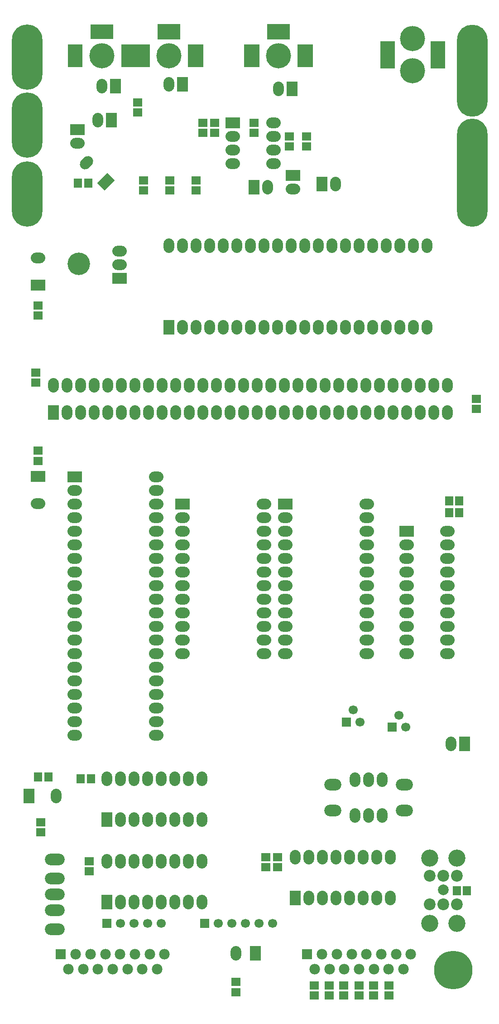
<source format=gbs>
G04 DipTrace 4.0.0.5*
G04 bottom_mask_dendy_junior_remastered_rev_2.2.1.gbs*
%MOIN*%
G04 #@! TF.FileFunction,Soldermask,Bot*
G04 #@! TF.Part,Single*
%AMOUTLINE1*
4,1,16,
0.037897,-0.017781,
0.046999,-0.003293,
0.048966,0.014163,
0.043165,0.030743,
0.030743,0.043165,
0.014163,0.048966,
-0.003293,0.046999,
-0.017781,0.037897,
-0.037897,0.017781,
-0.046999,0.003293,
-0.048966,-0.014163,
-0.043165,-0.030743,
-0.030743,-0.043165,
-0.014163,-0.048966,
0.003293,-0.046999,
0.017781,-0.037897,
0.037897,-0.017781,
0*%
%AMOUTLINE4*
4,1,4,
-0.009744,-0.065421,
-0.065421,-0.009744,
0.009744,0.065421,
0.065421,0.009744,
-0.009744,-0.065421,
0*%
%AMOUTLINE7*
4,1,4,
0.03937,-0.05315,
-0.03937,-0.05315,
-0.03937,0.05315,
0.03937,0.05315,
0.03937,-0.05315,
0*%
%AMOUTLINE10*
4,1,16,
0.03937,0.014223,
0.035562,0.030906,
0.02461,0.044639,
0.008783,0.052261,
-0.008783,0.052261,
-0.02461,0.044639,
-0.035562,0.030906,
-0.03937,0.014223,
-0.03937,-0.014223,
-0.035562,-0.030906,
-0.02461,-0.044639,
-0.008783,-0.052261,
0.008783,-0.052261,
0.02461,-0.044639,
0.035562,-0.030906,
0.03937,-0.014223,
0.03937,0.014223,
0*%
%AMOUTLINE13*
4,1,4,
0.082677,-0.055118,
-0.082677,-0.055118,
-0.082677,0.055118,
0.082677,0.055118,
0.082677,-0.055118,
0*%
%AMOUTLINE16*
4,1,4,
0.055118,0.082677,
0.055118,-0.082677,
-0.055118,-0.082677,
-0.055118,0.082677,
0.055118,0.082677,
0*%
%AMOUTLINE19*
4,1,4,
-0.033465,0.033465,
0.033465,0.033465,
0.033465,-0.033465,
-0.033465,-0.033465,
-0.033465,0.033465,
0*%
%ADD21C,0.07874*%
%ADD59C,0.035433*%
%ADD65C,0.125984*%
%ADD67C,0.086614*%
%ADD73O,0.125984X0.086614*%
%ADD75O,0.145669X0.086614*%
%ADD77O,0.224409X0.795276*%
%ADD79C,0.165354*%
%ADD81O,0.224409X0.677165*%
%ADD83C,0.283465*%
%ADD85O,0.224409X0.480315*%
%ADD87R,0.106299X0.204724*%
%ADD89C,0.185039*%
%ADD91R,0.110236X0.165354*%
%ADD93R,0.165354X0.110236*%
%ADD97C,0.066929*%
%ADD99R,0.066929X0.066929*%
%ADD101C,0.077874*%
%ADD103R,0.077874X0.077874*%
%ADD105R,0.066929X0.059055*%
%ADD107O,0.106299X0.07874*%
%ADD109R,0.106299X0.07874*%
%ADD111O,0.07874X0.106299*%
%ADD113R,0.07874X0.106299*%
%ADD117R,0.059055X0.066929*%
%ADD131OUTLINE1*%
%ADD134OUTLINE4*%
%ADD137OUTLINE7*%
%ADD140OUTLINE10*%
%ADD143OUTLINE13*%
%ADD146OUTLINE16*%
%ADD149OUTLINE19*%
%FSLAX26Y26*%
G04*
G70*
G90*
G75*
G01*
G04 BotMask*
%LPD*%
D59*
X3294096Y456298D3*
Y243776D3*
X3400357Y350037D3*
X3187835D3*
X3362853Y268778D3*
X3375354Y425045D3*
X3219088Y268778D3*
Y431295D3*
D113*
X806336Y6850719D3*
D111*
X706335D3*
D113*
X1300136Y6863220D3*
D111*
X1200135D3*
D109*
X525055Y6531936D3*
D107*
Y6431934D3*
D113*
X775081Y6600693D3*
D111*
X675080D3*
D109*
X2112722Y6194400D3*
D107*
Y6094399D3*
D113*
X3375356Y2012711D3*
D111*
X3275354D3*
D105*
X237525Y4094180D3*
Y4168983D3*
D107*
X237535Y3781657D3*
D109*
Y3981657D3*
D117*
X606314Y6138144D3*
X531510D3*
D131*
X593812Y6288160D3*
D134*
X735234Y6146738D3*
D105*
X1825192Y6581736D3*
Y6506933D3*
D137*
X1825227Y6106888D3*
D140*
X1925228D3*
D117*
X625066Y1756434D3*
X550262D3*
X3262945Y3712787D3*
X3337748D3*
D105*
X612564Y1150121D3*
Y1075318D3*
X2000210Y1181374D3*
Y1106571D3*
D113*
X2325243Y6131894D3*
D111*
X2425244D3*
D113*
X2106467Y6831963D3*
D111*
X2006466D3*
D105*
X237525Y5238050D3*
Y5163247D3*
D107*
Y5588087D3*
D109*
Y5388087D3*
D117*
Y1768936D3*
X312328D3*
D111*
X368789Y1631421D3*
D113*
X168789D3*
D105*
X218773Y4669445D3*
Y4744248D3*
D117*
X3262843Y3800399D3*
X3337646D3*
D105*
X256277Y1437651D3*
Y1362848D3*
X1912701Y1181374D3*
Y1106571D3*
X3462864Y4475470D3*
Y4550273D3*
D113*
X350054Y4450462D3*
D111*
X450054D3*
X550037Y4450467D3*
X650037D3*
X750038D3*
X850037D3*
X950037D3*
X1050038D3*
X1150037D3*
X1250037D3*
X1350038D3*
X1450037D3*
X1550037D3*
X1650038D3*
X1750038D3*
X1850037D3*
X1950038D3*
X2050038D3*
X2150037D3*
X2250038D3*
X2350038D3*
X2450037D3*
X2550038D3*
X2650038D3*
X2750037D3*
X2850037D3*
X2950038D3*
X3050037D3*
X3150037D3*
X3250038D3*
Y4650467D3*
X3150037D3*
X3050037D3*
X2950038D3*
X2850037D3*
X2750037D3*
X2650038D3*
X2550038D3*
X2450037D3*
X2350038D3*
X2250038D3*
X2150037D3*
X2050038D3*
X1950038D3*
X1850037D3*
X1750038D3*
X1650038D3*
X1550037D3*
X1450037D3*
X1350038D3*
X1250037D3*
X1150037D3*
X1050038D3*
X950037D3*
X850037D3*
X750038D3*
X650037D3*
X550037D3*
X450038D3*
X350037D3*
X2569020Y1750184D3*
X2669020D3*
X2769020D3*
X2569020Y1487656D3*
X2669020D3*
X2769020D3*
D103*
X404625Y468269D3*
D101*
X513640D3*
X622617D3*
X731633D3*
X840610D3*
X949626D3*
X1058642D3*
X1167617D3*
X459625Y356301D3*
X568601D3*
X677617D3*
X786592D3*
X895608D3*
X1004623D3*
X1113601D3*
D103*
X2217949Y468269D3*
D101*
X2326965D3*
X2435941D3*
X2544957D3*
X2653934D3*
X2762950D3*
X2871966D3*
X2980941D3*
X2272949Y356301D3*
X2381925D3*
X2490941D3*
X2599916D3*
X2708932D3*
X2817948D3*
X2926925D3*
D99*
X743828Y693823D3*
D97*
X843828D3*
X943828D3*
X1043828D3*
X1143828D3*
D99*
X1462654D3*
D97*
X1562654D3*
X1662654D3*
X1762654D3*
X1862654D3*
X1962654D3*
D93*
X706324Y7250761D3*
D91*
X509474Y7073596D3*
X903175D3*
D89*
X706324D3*
D143*
X1200126Y7250761D3*
D146*
X1003276Y7073596D3*
X1396976D3*
D89*
X1200126D3*
D143*
X2006461Y7250761D3*
D146*
X1809610Y7073596D3*
X2203311D3*
D89*
X2006461D3*
X2994064Y6963231D3*
Y7199451D3*
D87*
X3178545Y7081269D3*
X2809025Y7081341D3*
D113*
X1837693Y475050D3*
D111*
X1693928D3*
D85*
X156266Y7063241D3*
D83*
X3294096Y350037D3*
D85*
X156266Y6563189D3*
Y6056886D3*
D81*
X3432286Y6963092D3*
D79*
X537556Y5544332D3*
D77*
X3431610Y6213152D3*
D75*
X361219Y1162622D3*
Y1024709D3*
Y907465D3*
Y788961D3*
Y651520D3*
D149*
X2844049Y2137724D3*
D97*
X2894049Y2225205D3*
X2944049Y2137724D3*
D149*
X2506513Y2175228D3*
D97*
X2556513Y2262709D3*
X2606513Y2175228D3*
D73*
X2406503Y1712680D3*
Y1522680D3*
X2931558Y1712680D3*
Y1522680D3*
D105*
X1206377Y6156896D3*
Y6082093D3*
X1012606Y6157101D3*
Y6082298D3*
X1400147Y6156896D3*
Y6082093D3*
X1450152Y6506933D3*
Y6581736D3*
X2212732Y6406923D3*
Y6481726D3*
X1537661Y6581941D3*
Y6507138D3*
X2087719Y6481930D3*
Y6407127D3*
X2819046Y162517D3*
Y237320D3*
X2706534Y162517D3*
Y237320D3*
X2268988Y162722D3*
Y237525D3*
X2600273Y162517D3*
Y237320D3*
X2487761Y162517D3*
Y237320D3*
X2381500Y162517D3*
Y237320D3*
X968852Y6731957D3*
Y6657154D3*
X1694030Y187622D3*
Y262425D3*
D109*
X506303Y3975417D3*
D107*
Y3875417D3*
Y3775417D3*
Y3675417D3*
Y3575417D3*
Y3475417D3*
Y3375417D3*
Y3275417D3*
Y3175417D3*
Y3075417D3*
Y2975417D3*
Y2875417D3*
Y2775417D3*
Y2675417D3*
Y2575417D3*
Y2475417D3*
Y2375419D3*
Y2275417D3*
Y2175417D3*
Y2075419D3*
X1106303D3*
Y2175417D3*
Y2275417D3*
Y2375419D3*
Y2475417D3*
Y2575417D3*
Y2675417D3*
Y2775417D3*
Y2875417D3*
Y2975417D3*
Y3075417D3*
Y3175417D3*
Y3275417D3*
Y3375417D3*
Y3475417D3*
Y3575417D3*
Y3675417D3*
Y3775417D3*
Y3875417D3*
Y3975417D3*
D113*
X1200126Y5075533D3*
D111*
X1300126D3*
X1400126D3*
X1500126D3*
X1600126D3*
X1700126D3*
X1800126D3*
X1900126D3*
X2000126D3*
X2100126D3*
X2200126D3*
X2300126D3*
X2400126D3*
X2500126D3*
X2600126D3*
X2700126D3*
X2800125D3*
X2900126D3*
X3000126D3*
X3100125D3*
Y5675533D3*
X3000126D3*
X2900126D3*
X2800125D3*
X2700126D3*
X2600126D3*
X2500126D3*
X2400126D3*
X2300126D3*
X2200126D3*
X2100126D3*
X2000126D3*
X1900126D3*
X1800126D3*
X1700126D3*
X1600126D3*
X1500126D3*
X1400126D3*
X1300126D3*
X1200126D3*
D113*
X743849Y1456455D3*
D111*
X843849D3*
X943849D3*
X1043849D3*
X1143849D3*
X1243849D3*
X1343849D3*
X1443849D3*
Y1756455D3*
X1343849D3*
X1243849D3*
X1143849D3*
X1043849D3*
X943849D3*
X843849D3*
X743849D3*
D109*
X2950310Y3575375D3*
D107*
Y3475375D3*
Y3375375D3*
Y3275375D3*
Y3175374D3*
Y3075374D3*
Y2975375D3*
Y2875374D3*
Y2775374D3*
Y2675375D3*
X3250310Y3575374D3*
Y3475374D3*
Y3375374D3*
Y3275375D3*
Y3175374D3*
Y3075374D3*
Y2975375D3*
Y2875374D3*
Y2775374D3*
Y2675375D3*
D113*
X743849Y850142D3*
D111*
X843849D3*
X943849D3*
X1043849D3*
X1143849D3*
X1243849D3*
X1343849D3*
X1443849D3*
Y1150142D3*
X1343849D3*
X1243849D3*
X1143849D3*
X1043849D3*
X943849D3*
X843849D3*
X743849D3*
D113*
X2131474Y881343D3*
D111*
X2231474D3*
X2331474D3*
X2431474D3*
X2531474D3*
X2631474D3*
X2731474D3*
X2831474D3*
Y1181343D3*
X2731474D3*
X2631474D3*
X2531474D3*
X2431474D3*
X2331474D3*
X2231474D3*
X2131474D3*
D109*
X837588Y5438071D3*
D107*
Y5538071D3*
Y5638071D3*
D109*
X1668925Y6581941D3*
D107*
Y6481941D3*
Y6381941D3*
Y6281941D3*
X1968925D3*
Y6381941D3*
Y6481941D3*
Y6581941D3*
D109*
X1300136Y3775396D3*
D107*
Y3675396D3*
Y3575396D3*
Y3475396D3*
Y3375396D3*
Y3275396D3*
Y3175396D3*
Y3075396D3*
Y2975396D3*
Y2875396D3*
Y2775396D3*
Y2675396D3*
X1900136D3*
Y2775396D3*
Y2875396D3*
Y2975396D3*
Y3075396D3*
Y3175396D3*
Y3275396D3*
Y3375396D3*
Y3475396D3*
Y3575396D3*
Y3675396D3*
Y3775396D3*
D109*
X2056466D3*
D107*
Y3675396D3*
Y3575396D3*
Y3475396D3*
Y3375396D3*
Y3275396D3*
Y3175396D3*
Y3075396D3*
Y2975396D3*
Y2875396D3*
Y2775396D3*
Y2675396D3*
X2656466D3*
Y2775396D3*
Y2875396D3*
Y2975396D3*
Y3075396D3*
Y3175396D3*
Y3275396D3*
Y3375396D3*
Y3475396D3*
Y3575396D3*
Y3675396D3*
Y3775396D3*
D117*
X3394106Y934472D3*
X3319303D3*
D67*
X3119077Y1043860D3*
X3219077D3*
X3319077D3*
X3119077Y833444D3*
X3219077D3*
X3319077D3*
D65*
X3119077Y693808D3*
Y1175068D3*
X3319077D3*
Y693808D3*
D21*
X3219077Y940698D3*
M02*

</source>
